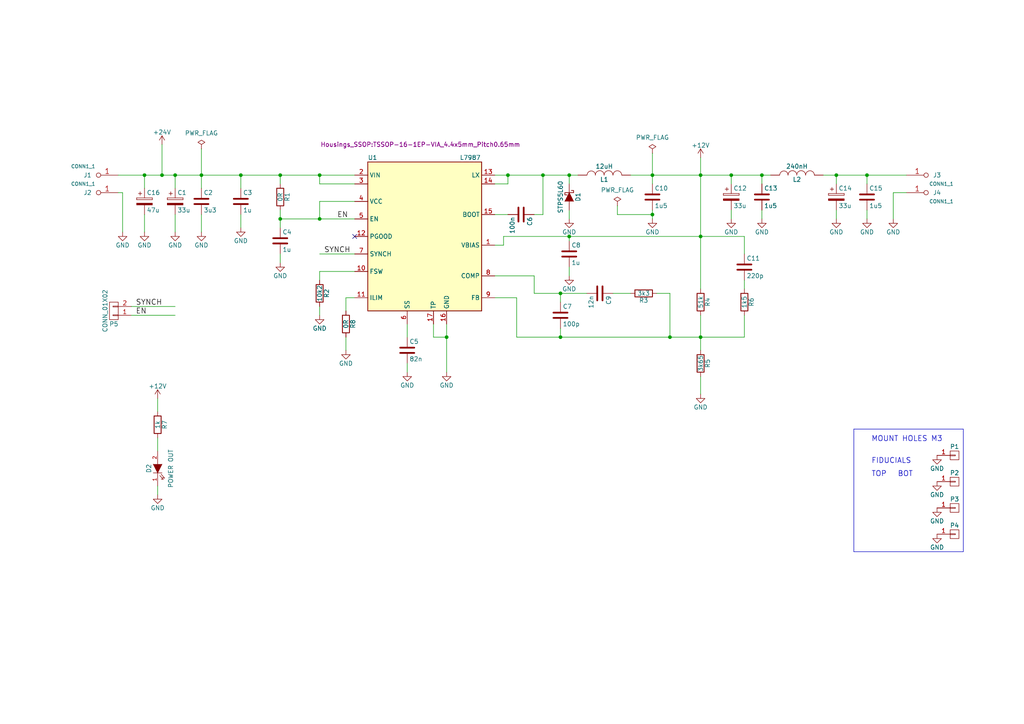
<source format=kicad_sch>
(kicad_sch (version 20200618) (host eeschema "5.99.0-unknown-b48a627~101~ubuntu18.04.1")
  (page 1 1)
  (paper "A4")
  (lib_symbols
    (symbol "STEPDOWN1A-rescue:C" (pin_numbers hide) (pin_names (offset 0.254))
      (property "Reference" "C" (at 0.635 2.54 0))
      (property "Value" "C" (at 0.635 -2.54 0))
      (symbol "C_0_1"
        (polyline (pts (xy -2.032 -0.762) (xy 2.032 -0.762)) (stroke (width 0.508)))
        (polyline (pts (xy -2.032 0.762) (xy 2.032 0.762)) (stroke (width 0.508)))
      )
      (symbol "C_1_1"
        (pin passive line (at 0 3.81 270) (length 2.794) (name "~") (number "1"))
        (pin passive line (at 0 -3.81 90) (length 2.794) (name "~") (number "2"))
      )
    )
    (symbol "STEPDOWN1A-rescue:CONN1_1" (pin_names hide)
      (property "Reference" "J" (at 1.27 1.27 0))
      (property "Value" "CONN1_1" (at 2.54 -1.27 0))
      (symbol "CONN1_1_1_1"
        (pin passive inverted (at -7.62 1.27 0) (length 6.35) (name "P1") (number "1"))
      )
    )
    (symbol "STEPDOWN1A-rescue:CONN_01X01" (pin_names hide)
      (property "Reference" "P" (at 0 2.54 0))
      (property "Value" "CONN_01X01" (at 2.54 0 90))
      (symbol "CONN_01X01_0_1"
        (rectangle (start -1.27 0.127) (end 0.254 -0.127))
        (rectangle (start -1.27 1.27) (end 1.27 -1.27))
      )
      (symbol "CONN_01X01_1_1"
        (pin passive line (at -5.08 0 0) (length 3.81) (name "P1") (number "1"))
      )
    )
    (symbol "STEPDOWN1A-rescue:CONN_01X02" (pin_names hide)
      (property "Reference" "P" (at 0 3.81 0))
      (property "Value" "CONN_01X02" (at 2.54 0 90))
      (symbol "CONN_01X02_0_1"
        (rectangle (start -1.27 -1.143) (end 0.254 -1.397))
        (rectangle (start -1.27 1.397) (end 0.254 1.143))
        (rectangle (start -1.27 2.54) (end 1.27 -2.54))
      )
      (symbol "CONN_01X02_1_1"
        (pin passive line (at -5.08 1.27 0) (length 3.81) (name "P1") (number "1"))
        (pin passive line (at -5.08 -1.27 0) (length 3.81) (name "P2") (number "2"))
      )
    )
    (symbol "STEPDOWN1A-rescue:CP" (pin_numbers hide) (pin_names (offset 0.254))
      (property "Reference" "C" (at 0.635 2.54 0))
      (property "Value" "CP" (at 0.635 -2.54 0))
      (symbol "CP_0_1"
        (rectangle (start -2.286 0.508) (end -2.286 1.016))
        (rectangle (start -2.286 0.508) (end 2.286 0.508))
        (rectangle (start 2.286 1.016) (end -2.286 1.016))
        (rectangle (start 2.286 1.016) (end 2.286 0.508))
        (rectangle (start 2.286 -0.508) (end -2.286 -1.016) (fill (type outline)))
        (polyline (pts (xy -1.778 2.286) (xy -0.762 2.286)))
        (polyline (pts (xy -1.27 2.794) (xy -1.27 1.778)))
      )
      (symbol "CP_1_1"
        (pin passive line (at 0 3.81 270) (length 2.794) (name "~") (number "1"))
        (pin passive line (at 0 -3.81 90) (length 2.794) (name "~") (number "2"))
      )
    )
    (symbol "STEPDOWN1A-rescue:D_Schottky" (pin_numbers hide) (pin_names hide)
      (property "Reference" "D" (at 0 2.54 0))
      (property "Value" "D_Schottky" (at 0 -2.54 0))
      (symbol "D_Schottky_0_1"
        (polyline (pts (xy -1.905 0.635) (xy -1.905 1.27) (xy -1.27 1.27) (xy -1.27 -1.27) (xy -0.635 -1.27) (xy -0.635 -0.635)) (stroke (width 0.2032)))
        (polyline (pts (xy 1.27 1.27) (xy -1.27 0) (xy 1.27 -1.27)) (fill (type outline)))
      )
      (symbol "D_Schottky_1_1"
        (pin passive line (at -3.81 0 0) (length 2.54) (name "K") (number "1"))
        (pin passive line (at 3.81 0 180) (length 2.54) (name "A") (number "2"))
      )
    )
    (symbol "STEPDOWN1A-rescue:INDUCTOR" (pin_numbers hide) (pin_names hide)
      (property "Reference" "L" (at -1.27 0 90))
      (property "Value" "INDUCTOR" (at 2.54 0 90))
      (symbol "INDUCTOR_0_1"
        (arc (start 0.0254 -5.0546) (end 0.0254 -2.54) (radius (at 0 -3.81) (length 1.27) (angles -88.9 88.9)))
        (arc (start 0.0254 -2.5146) (end 0.0254 0.0508) (radius (at 0 -1.2446) (length 1.2954) (angles -88.9 88.9)))
        (arc (start 0.0254 0.0254) (end 0.0254 2.5908) (radius (at 0 1.2954) (length 1.2954) (angles -88.9 88.9)))
        (arc (start 0.0254 2.5654) (end 0.0254 4.9784) (radius (at 0 3.7592) (length 1.2192) (angles -88.9 88.9)))
      )
      (symbol "INDUCTOR_1_1"
        (pin passive line (at 0 7.62 270) (length 2.54) (name "1") (number "1"))
        (pin passive line (at 0 -7.62 90) (length 2.54) (name "2") (number "2"))
      )
    )
    (symbol "STEPDOWN1A-rescue:L7987"
      (property "Reference" "U" (at -16.51 22.86 0))
      (property "Value" "L7987" (at 10.16 22.86 0))
      (property "Footprint" "HTSSOP-16" (at 0 0 0))
      (symbol "L7987_0_1"
        (rectangle (start -16.51 21.59) (end 16.51 -21.59) (stroke (width 0.254)) (fill (type background)))
      )
      (symbol "L7987_1_1"
        (pin input line (at 20.32 -2.54 180) (length 3.81) (name "VBIAS") (number "1"))
        (pin output line (at -20.32 -10.16 0) (length 3.81) (name "FSW") (number "10"))
        (pin output line (at -20.32 -17.78 0) (length 3.81) (name "ILIM") (number "11"))
        (pin input line (at -20.32 0 0) (length 3.81) (name "PGOOD") (number "12"))
        (pin input line (at 20.32 17.78 180) (length 3.81) (name "LX") (number "13"))
        (pin input line (at 20.32 15.24 180) (length 3.81) (name "~") (number "14"))
        (pin output line (at 20.32 6.35 180) (length 3.81) (name "BOOT") (number "15"))
        (pin power_in line (at 6.35 -25.4 90) (length 3.81) (name "GND") (number "16"))
        (pin input line (at 2.54 -25.4 90) (length 3.81) (name "TP") (number "17"))
        (pin power_in line (at -20.32 17.78 0) (length 3.81) (name "VIN") (number "2"))
        (pin power_in line (at -20.32 15.24 0) (length 3.81) (name "~") (number "3"))
        (pin input line (at -20.32 10.16 0) (length 3.81) (name "VCC") (number "4"))
        (pin bidirectional line (at -20.32 5.08 0) (length 3.81) (name "EN") (number "5"))
        (pin input line (at -5.08 -25.4 90) (length 3.81) (name "SS") (number "6"))
        (pin input line (at -20.32 -5.08 0) (length 3.81) (name "SYNCH") (number "7"))
        (pin output line (at 20.32 -11.43 180) (length 3.81) (name "COMP") (number "8"))
        (pin bidirectional line (at 20.32 -17.78 180) (length 3.81) (name "FB") (number "9"))
      )
    )
    (symbol "STEPDOWN1A-rescue:LED" (pin_names hide)
      (property "Reference" "D" (at 0 2.54 0))
      (property "Value" "LED" (at 0 -2.54 0))
      (symbol "LED_0_1"
        (polyline (pts (xy -1.27 1.27) (xy -1.27 -1.27)))
        (polyline (pts (xy -2.032 -0.635) (xy -3.175 -1.651) (xy -3.048 -1.016)))
        (polyline (pts (xy -1.651 -1.016) (xy -2.794 -2.032) (xy -2.667 -1.397)))
        (polyline (pts (xy 1.27 1.27) (xy -1.27 0) (xy 1.27 -1.27)) (fill (type outline)))
      )
      (symbol "LED_1_1"
        (pin passive line (at -5.08 0 0) (length 3.81) (name "K") (number "1"))
        (pin passive line (at 5.08 0 180) (length 3.81) (name "A") (number "2"))
      )
    )
    (symbol "STEPDOWN1A-rescue:R" (pin_numbers hide) (pin_names (offset 0))
      (property "Reference" "R" (at 2.032 0 90))
      (property "Value" "R" (at 0 0 90))
      (symbol "R_0_1"
        (rectangle (start -1.016 -2.54) (end 1.016 2.54) (stroke (width 0.254)))
      )
      (symbol "R_1_1"
        (pin passive line (at 0 3.81 270) (length 1.27) (name "~") (number "1"))
        (pin passive line (at 0 -3.81 90) (length 1.27) (name "~") (number "2"))
      )
    )
    (symbol "power:+12V" (power) (pin_names (offset 0))
      (property "Value" "+12V" (at 0 3.556 0))
      (symbol "+12V_0_1"
        (polyline (pts (xy -0.762 1.27) (xy 0 2.54)))
        (polyline (pts (xy 0 0) (xy 0 2.54)))
        (polyline (pts (xy 0 2.54) (xy 0.762 1.27)))
      )
      (symbol "+12V_1_1"
        (pin power_in line (at 0 0 90) (length 0) hide (name "+12V") (number "1"))
      )
    )
    (symbol "power:+24V" (power) (pin_names (offset 0))
      (property "Value" "+24V" (at 0 3.556 0))
      (symbol "+24V_0_1"
        (polyline (pts (xy -0.762 1.27) (xy 0 2.54)))
        (polyline (pts (xy 0 0) (xy 0 2.54)))
        (polyline (pts (xy 0 2.54) (xy 0.762 1.27)))
      )
      (symbol "+24V_1_1"
        (pin power_in line (at 0 0 90) (length 0) hide (name "+24V") (number "1"))
      )
    )
    (symbol "power:GND" (power) (pin_names (offset 0))
      (property "Value" "GND" (at 0 -3.81 0))
      (symbol "GND_0_1"
        (polyline (pts (xy 0 0) (xy 0 -1.27) (xy 1.27 -1.27) (xy 0 -2.54) (xy -1.27 -1.27) (xy 0 -1.27)))
      )
      (symbol "GND_1_1"
        (pin power_in line (at 0 0 270) (length 0) hide (name "GND") (number "1"))
      )
    )
    (symbol "power:PWR_FLAG" (power) (pin_numbers hide) (pin_names (offset 0) hide)
      (property "Value" "PWR_FLAG" (at 0 3.81 0))
      (symbol "PWR_FLAG_0_1"
        (polyline (pts (xy 0 0) (xy 0 1.27) (xy -1.016 1.905) (xy 0 2.54) (xy 1.016 1.905) (xy 0 1.27)))
      )
      (symbol "PWR_FLAG_0_0"
        (pin power_out line (at 0 0 90) (length 0) (name "pwr") (number "1"))
      )
    )
  )
  (junction (at 41.91 50.8))
  (junction (at 46.99 50.8))
  (junction (at 50.8 50.8))
  (junction (at 58.42 50.8))
  (junction (at 69.85 50.8))
  (junction (at 81.28 50.8))
  (junction (at 81.28 63.5))
  (junction (at 92.71 50.8))
  (junction (at 92.71 63.5))
  (junction (at 129.54 97.79))
  (junction (at 147.32 50.8))
  (junction (at 157.48 50.8))
  (junction (at 162.56 85.09))
  (junction (at 162.56 97.79))
  (junction (at 165.1 50.8))
  (junction (at 165.1 68.58))
  (junction (at 189.23 50.8))
  (junction (at 189.23 62.23))
  (junction (at 194.31 97.79))
  (junction (at 203.2 50.8))
  (junction (at 203.2 68.58))
  (junction (at 203.2 97.79))
  (junction (at 212.09 50.8))
  (junction (at 220.98 50.8))
  (junction (at 242.57 50.8))
  (junction (at 251.46 50.8))
  (no_connect (at 102.87 68.58))
  (wire (pts (xy 34.29 50.8) (xy 41.91 50.8)))
  (wire (pts (xy 34.29 55.88) (xy 35.56 55.88)))
  (wire (pts (xy 35.56 55.88) (xy 35.56 67.31)))
  (wire (pts (xy 38.1 88.9) (xy 50.8 88.9)))
  (wire (pts (xy 38.1 91.44) (xy 50.8 91.44)))
  (wire (pts (xy 41.91 50.8) (xy 46.99 50.8)))
  (wire (pts (xy 41.91 54.61) (xy 41.91 50.8)))
  (wire (pts (xy 41.91 67.31) (xy 41.91 62.23)))
  (wire (pts (xy 45.72 119.38) (xy 45.72 115.57)))
  (wire (pts (xy 45.72 130.81) (xy 45.72 127)))
  (wire (pts (xy 45.72 143.51) (xy 45.72 140.97)))
  (wire (pts (xy 46.99 50.8) (xy 46.99 41.91)))
  (wire (pts (xy 46.99 50.8) (xy 50.8 50.8)))
  (wire (pts (xy 50.8 50.8) (xy 58.42 50.8)))
  (wire (pts (xy 50.8 54.61) (xy 50.8 50.8)))
  (wire (pts (xy 50.8 67.31) (xy 50.8 62.23)))
  (wire (pts (xy 58.42 43.18) (xy 58.42 50.8)))
  (wire (pts (xy 58.42 50.8) (xy 58.42 54.61)))
  (wire (pts (xy 58.42 50.8) (xy 69.85 50.8)))
  (wire (pts (xy 58.42 67.31) (xy 58.42 62.23)))
  (wire (pts (xy 69.85 50.8) (xy 81.28 50.8)))
  (wire (pts (xy 69.85 54.61) (xy 69.85 50.8)))
  (wire (pts (xy 69.85 66.04) (xy 69.85 62.23)))
  (wire (pts (xy 81.28 50.8) (xy 92.71 50.8)))
  (wire (pts (xy 81.28 53.34) (xy 81.28 50.8)))
  (wire (pts (xy 81.28 60.96) (xy 81.28 63.5)))
  (wire (pts (xy 81.28 63.5) (xy 81.28 66.04)))
  (wire (pts (xy 81.28 63.5) (xy 92.71 63.5)))
  (wire (pts (xy 81.28 76.2) (xy 81.28 73.66)))
  (wire (pts (xy 92.71 50.8) (xy 102.87 50.8)))
  (wire (pts (xy 92.71 53.34) (xy 92.71 50.8)))
  (wire (pts (xy 92.71 58.42) (xy 92.71 63.5)))
  (wire (pts (xy 92.71 63.5) (xy 102.87 63.5)))
  (wire (pts (xy 92.71 78.74) (xy 102.87 78.74)))
  (wire (pts (xy 92.71 81.28) (xy 92.71 78.74)))
  (wire (pts (xy 92.71 88.9) (xy 92.71 91.44)))
  (wire (pts (xy 100.33 86.36) (xy 102.87 86.36)))
  (wire (pts (xy 100.33 90.17) (xy 100.33 86.36)))
  (wire (pts (xy 100.33 97.79) (xy 100.33 101.6)))
  (wire (pts (xy 102.87 53.34) (xy 92.71 53.34)))
  (wire (pts (xy 102.87 58.42) (xy 92.71 58.42)))
  (wire (pts (xy 102.87 73.66) (xy 92.71 73.66)))
  (wire (pts (xy 118.11 93.98) (xy 118.11 97.79)))
  (wire (pts (xy 118.11 107.95) (xy 118.11 105.41)))
  (wire (pts (xy 125.73 93.98) (xy 125.73 97.79)))
  (wire (pts (xy 125.73 97.79) (xy 129.54 97.79)))
  (wire (pts (xy 129.54 93.98) (xy 129.54 97.79)))
  (wire (pts (xy 129.54 97.79) (xy 129.54 107.95)))
  (wire (pts (xy 143.51 50.8) (xy 147.32 50.8)))
  (wire (pts (xy 143.51 53.34) (xy 147.32 53.34)))
  (wire (pts (xy 143.51 62.23) (xy 147.32 62.23)))
  (wire (pts (xy 143.51 71.12) (xy 146.05 71.12)))
  (wire (pts (xy 143.51 80.01) (xy 154.94 80.01)))
  (wire (pts (xy 146.05 68.58) (xy 165.1 68.58)))
  (wire (pts (xy 146.05 71.12) (xy 146.05 68.58)))
  (wire (pts (xy 147.32 50.8) (xy 157.48 50.8)))
  (wire (pts (xy 147.32 53.34) (xy 147.32 50.8)))
  (wire (pts (xy 149.86 86.36) (xy 143.51 86.36)))
  (wire (pts (xy 149.86 97.79) (xy 149.86 86.36)))
  (wire (pts (xy 149.86 97.79) (xy 162.56 97.79)))
  (wire (pts (xy 154.94 62.23) (xy 157.48 62.23)))
  (wire (pts (xy 154.94 80.01) (xy 154.94 85.09)))
  (wire (pts (xy 154.94 85.09) (xy 162.56 85.09)))
  (wire (pts (xy 157.48 50.8) (xy 165.1 50.8)))
  (wire (pts (xy 157.48 62.23) (xy 157.48 50.8)))
  (wire (pts (xy 162.56 85.09) (xy 170.18 85.09)))
  (wire (pts (xy 162.56 87.63) (xy 162.56 85.09)))
  (wire (pts (xy 162.56 95.25) (xy 162.56 97.79)))
  (wire (pts (xy 162.56 97.79) (xy 194.31 97.79)))
  (wire (pts (xy 165.1 50.8) (xy 167.64 50.8)))
  (wire (pts (xy 165.1 53.34) (xy 165.1 50.8)))
  (wire (pts (xy 165.1 63.5) (xy 165.1 60.96)))
  (wire (pts (xy 165.1 68.58) (xy 203.2 68.58)))
  (wire (pts (xy 165.1 69.85) (xy 165.1 68.58)))
  (wire (pts (xy 165.1 80.01) (xy 165.1 77.47)))
  (wire (pts (xy 179.07 59.69) (xy 179.07 62.23)))
  (wire (pts (xy 179.07 62.23) (xy 189.23 62.23)))
  (wire (pts (xy 182.88 50.8) (xy 189.23 50.8)))
  (wire (pts (xy 182.88 85.09) (xy 177.8 85.09)))
  (wire (pts (xy 189.23 44.45) (xy 189.23 50.8)))
  (wire (pts (xy 189.23 50.8) (xy 189.23 53.34)))
  (wire (pts (xy 189.23 50.8) (xy 203.2 50.8)))
  (wire (pts (xy 189.23 60.96) (xy 189.23 62.23)))
  (wire (pts (xy 189.23 62.23) (xy 189.23 63.5)))
  (wire (pts (xy 194.31 85.09) (xy 190.5 85.09)))
  (wire (pts (xy 194.31 97.79) (xy 194.31 85.09)))
  (wire (pts (xy 194.31 97.79) (xy 203.2 97.79)))
  (wire (pts (xy 203.2 45.72) (xy 203.2 50.8)))
  (wire (pts (xy 203.2 50.8) (xy 203.2 68.58)))
  (wire (pts (xy 203.2 50.8) (xy 212.09 50.8)))
  (wire (pts (xy 203.2 68.58) (xy 203.2 83.82)))
  (wire (pts (xy 203.2 68.58) (xy 215.9 68.58)))
  (wire (pts (xy 203.2 91.44) (xy 203.2 97.79)))
  (wire (pts (xy 203.2 97.79) (xy 203.2 101.6)))
  (wire (pts (xy 203.2 97.79) (xy 215.9 97.79)))
  (wire (pts (xy 203.2 109.22) (xy 203.2 114.3)))
  (wire (pts (xy 212.09 50.8) (xy 220.98 50.8)))
  (wire (pts (xy 212.09 53.34) (xy 212.09 50.8)))
  (wire (pts (xy 212.09 63.5) (xy 212.09 60.96)))
  (wire (pts (xy 215.9 68.58) (xy 215.9 73.66)))
  (wire (pts (xy 215.9 81.28) (xy 215.9 83.82)))
  (wire (pts (xy 215.9 97.79) (xy 215.9 91.44)))
  (wire (pts (xy 220.98 50.8) (xy 223.52 50.8)))
  (wire (pts (xy 220.98 53.34) (xy 220.98 50.8)))
  (wire (pts (xy 220.98 63.5) (xy 220.98 60.96)))
  (wire (pts (xy 238.76 50.8) (xy 242.57 50.8)))
  (wire (pts (xy 242.57 50.8) (xy 251.46 50.8)))
  (wire (pts (xy 242.57 53.34) (xy 242.57 50.8)))
  (wire (pts (xy 242.57 63.5) (xy 242.57 60.96)))
  (wire (pts (xy 251.46 50.8) (xy 262.89 50.8)))
  (wire (pts (xy 251.46 53.34) (xy 251.46 50.8)))
  (wire (pts (xy 251.46 63.5) (xy 251.46 60.96)))
  (wire (pts (xy 259.08 55.88) (xy 262.89 55.88)))
  (wire (pts (xy 259.08 63.5) (xy 259.08 55.88)))
  (polyline (pts (xy 247.65 124.46) (xy 279.4 124.46)) (stroke (width 0) (type solid)))
  (polyline (pts (xy 247.65 160.02) (xy 247.65 124.46)) (stroke (width 0) (type solid)))
  (polyline (pts (xy 279.4 124.46) (xy 279.4 160.02)) (stroke (width 0) (type solid)))
  (polyline (pts (xy 279.4 160.02) (xy 247.65 160.02)) (stroke (width 0) (type solid)))
  (text "MOUNT HOLES M3\n" (at 252.73 128.27 0) (effects (font (size 1.524 1.524)) (justify left bottom)))
  (text "FIDUCIALS\n" (at 252.73 134.62 0) (effects (font (size 1.524 1.524)) (justify left bottom)))
  (text "TOP" (at 252.73 138.43 0) (effects (font (size 1.524 1.524)) (justify left bottom)))
  (text "BOT\n" (at 260.35 138.43 0) (effects (font (size 1.524 1.524)) (justify left bottom)))
  (label "SYNCH" (at 39.37 88.9 0) (effects (font (size 1.524 1.524))))
  (label "EN" (at 39.37 91.44 0) (effects (font (size 1.524 1.524))))
  (label "SYNCH" (at 93.98 73.66 0) (effects (font (size 1.524 1.524))))
  (label "EN" (at 97.79 63.5 0) (effects (font (size 1.524 1.524))))
  (symbol (lib_id "power:PWR_FLAG") (at 58.42 43.18 0) (unit 1)
    (property "Reference" "#FLG016" (effects hide))
    (property "Value" "PWR_FLAG" (at 58.42 38.608 0))
  )
  (symbol (lib_id "power:PWR_FLAG") (at 179.07 59.69 0) (unit 1)
    (property "Reference" "#FLG025" (effects hide))
    (property "Value" "PWR_FLAG" (at 179.07 55.118 0))
  )
  (symbol (lib_id "power:PWR_FLAG") (at 189.23 44.45 0) (unit 1)
    (property "Reference" "#FLG015" (effects hide))
    (property "Value" "PWR_FLAG" (at 189.23 39.878 0))
  )
  (symbol (lib_id "power:+12V") (at 45.72 115.57 0) (unit 1)
    (property "Reference" "#PWR019" (effects hide))
    (property "Value" "+12V" (at 45.72 112.014 0))
  )
  (symbol (lib_id "power:+24V") (at 46.99 41.91 0) (unit 1)
    (property "Reference" "#PWR011" (effects hide))
    (property "Value" "+24V" (at 46.99 38.354 0))
  )
  (symbol (lib_id "power:+12V") (at 203.2 45.72 0) (unit 1)
    (property "Reference" "#PWR012" (effects hide))
    (property "Value" "+12V" (at 203.2 42.164 0))
  )
  (symbol (lib_id "power:GND") (at 35.56 67.31 0) (unit 1)
    (property "Reference" "#PWR023" (effects hide))
    (property "Value" "GND" (at 35.56 71.12 0))
  )
  (symbol (lib_id "power:GND") (at 41.91 67.31 0) (unit 1)
    (property "Reference" "#PWR030" (effects hide))
    (property "Value" "GND" (at 41.91 71.12 0))
  )
  (symbol (lib_id "power:GND") (at 45.72 143.51 0) (unit 1)
    (property "Reference" "#PWR018" (effects hide))
    (property "Value" "GND" (at 45.72 147.32 0))
  )
  (symbol (lib_id "power:GND") (at 50.8 67.31 0) (unit 1)
    (property "Reference" "#PWR022" (effects hide))
    (property "Value" "GND" (at 50.8 71.12 0))
  )
  (symbol (lib_id "power:GND") (at 58.42 67.31 0) (unit 1)
    (property "Reference" "#PWR021" (effects hide))
    (property "Value" "GND" (at 58.42 71.12 0))
  )
  (symbol (lib_id "power:GND") (at 69.85 66.04 0) (unit 1)
    (property "Reference" "#PWR010" (effects hide))
    (property "Value" "GND" (at 69.85 69.85 0))
  )
  (symbol (lib_id "power:GND") (at 81.28 76.2 0) (unit 1)
    (property "Reference" "#PWR09" (effects hide))
    (property "Value" "GND" (at 81.28 80.01 0))
  )
  (symbol (lib_id "power:GND") (at 92.71 91.44 0) (unit 1)
    (property "Reference" "#PWR05" (effects hide))
    (property "Value" "GND" (at 92.71 95.25 0))
  )
  (symbol (lib_id "power:GND") (at 100.33 101.6 0) (unit 1)
    (property "Reference" "#PWR020" (effects hide))
    (property "Value" "GND" (at 100.33 105.41 0))
  )
  (symbol (lib_id "power:GND") (at 118.11 107.95 0) (unit 1)
    (property "Reference" "#PWR08" (effects hide))
    (property "Value" "GND" (at 118.11 111.76 0))
  )
  (symbol (lib_id "power:GND") (at 129.54 107.95 0) (unit 1)
    (property "Reference" "#PWR07" (effects hide))
    (property "Value" "GND" (at 129.54 111.76 0))
  )
  (symbol (lib_id "power:GND") (at 165.1 63.5 0) (unit 1)
    (property "Reference" "#PWR024" (effects hide))
    (property "Value" "GND" (at 165.1 67.31 0))
  )
  (symbol (lib_id "power:GND") (at 165.1 80.01 0) (unit 1)
    (property "Reference" "#PWR013" (effects hide))
    (property "Value" "GND" (at 165.1 83.82 0))
  )
  (symbol (lib_id "power:GND") (at 189.23 63.5 0) (unit 1)
    (property "Reference" "#PWR014" (effects hide))
    (property "Value" "GND" (at 189.23 67.31 0))
  )
  (symbol (lib_id "power:GND") (at 203.2 114.3 0) (unit 1)
    (property "Reference" "#PWR06" (effects hide))
    (property "Value" "GND" (at 203.2 118.11 0))
  )
  (symbol (lib_id "power:GND") (at 212.09 63.5 0) (unit 1)
    (property "Reference" "#PWR026" (effects hide))
    (property "Value" "GND" (at 212.09 67.31 0))
  )
  (symbol (lib_id "power:GND") (at 220.98 63.5 0) (unit 1)
    (property "Reference" "#PWR027" (effects hide))
    (property "Value" "GND" (at 220.98 67.31 0))
  )
  (symbol (lib_id "power:GND") (at 242.57 63.5 0) (unit 1)
    (property "Reference" "#PWR017" (effects hide))
    (property "Value" "GND" (at 242.57 67.31 0))
  )
  (symbol (lib_id "power:GND") (at 251.46 63.5 0) (unit 1)
    (property "Reference" "#PWR028" (effects hide))
    (property "Value" "GND" (at 251.46 67.31 0))
  )
  (symbol (lib_id "power:GND") (at 259.08 63.5 0) (unit 1)
    (property "Reference" "#PWR029" (effects hide))
    (property "Value" "GND" (at 259.08 67.31 0))
  )
  (symbol (lib_id "power:GND") (at 271.78 132.08 0) (unit 1)
    (property "Reference" "#PWR01" (effects hide))
    (property "Value" "GND" (at 271.78 135.89 0))
  )
  (symbol (lib_id "power:GND") (at 271.78 139.7 0) (unit 1)
    (property "Reference" "#PWR02" (effects hide))
    (property "Value" "GND" (at 271.78 143.51 0))
  )
  (symbol (lib_id "power:GND") (at 271.78 147.32 0) (unit 1)
    (property "Reference" "#PWR03" (effects hide))
    (property "Value" "GND" (at 271.78 151.13 0))
  )
  (symbol (lib_id "power:GND") (at 271.78 154.94 0) (unit 1)
    (property "Reference" "#PWR04" (effects hide))
    (property "Value" "GND" (at 271.78 158.75 0))
  )
  (symbol (lib_id "STEPDOWN1A-rescue:CONN1_1") (at 26.67 49.53 180) (unit 1)
    (property "Reference" "J1" (at 25.4 50.8 0))
    (property "Value" "CONN1_1" (at 24.13 48.26 0) (effects (font (size 1.016 1.016))))
    (property "Footprint" "Connect:WAGO256" (effects hide))
  )
  (symbol (lib_id "STEPDOWN1A-rescue:CONN1_1") (at 26.67 54.61 180) (unit 1)
    (property "Reference" "J2" (at 25.4 55.88 0))
    (property "Value" "CONN1_1" (at 24.13 53.34 0) (effects (font (size 1.016 1.016))))
    (property "Footprint" "Connect:WAGO256" (effects hide))
  )
  (symbol (lib_id "STEPDOWN1A-rescue:CONN1_1") (at 270.51 52.07 0) (unit 1)
    (property "Reference" "J3" (at 271.78 50.8 0))
    (property "Value" "CONN1_1" (at 273.05 53.34 0) (effects (font (size 1.016 1.016))))
    (property "Footprint" "Connect:WAGO256" (effects hide))
  )
  (symbol (lib_id "STEPDOWN1A-rescue:CONN1_1") (at 270.51 57.15 0) (unit 1)
    (property "Reference" "J4" (at 271.78 55.88 0))
    (property "Value" "CONN1_1" (at 273.05 58.42 0) (effects (font (size 1.016 1.016))))
    (property "Footprint" "Connect:WAGO256" (effects hide))
  )
  (symbol (lib_id "STEPDOWN1A-rescue:CONN_01X01") (at 276.86 132.08 0) (unit 1)
    (property "Reference" "P1" (at 276.86 129.54 0))
    (property "Value" "_NC" (effects hide))
    (property "Footprint" "Mounting_Holes:MountingHole_3.2mm_M3_DIN965_Pad" (effects hide))
  )
  (symbol (lib_id "STEPDOWN1A-rescue:CONN_01X01") (at 276.86 139.7 0) (unit 1)
    (property "Reference" "P2" (at 276.86 137.16 0))
    (property "Value" "_NC" (effects hide))
    (property "Footprint" "Mounting_Holes:MountingHole_3.2mm_M3_DIN965_Pad" (effects hide))
  )
  (symbol (lib_id "STEPDOWN1A-rescue:CONN_01X01") (at 276.86 147.32 0) (unit 1)
    (property "Reference" "P3" (at 276.86 144.78 0))
    (property "Value" "_NC" (effects hide))
    (property "Footprint" "Mounting_Holes:MountingHole_3.2mm_M3_DIN965_Pad" (effects hide))
  )
  (symbol (lib_id "STEPDOWN1A-rescue:CONN_01X01") (at 276.86 154.94 0) (unit 1)
    (property "Reference" "P4" (at 276.86 152.4 0))
    (property "Value" "_NC" (effects hide))
    (property "Footprint" "Mounting_Holes:MountingHole_3.2mm_M3_DIN965_Pad" (effects hide))
  )
  (symbol (lib_id "STEPDOWN1A-rescue:R") (at 45.72 123.19 0) (unit 1)
    (property "Reference" "R7" (at 47.752 123.19 90))
    (property "Value" "1k" (at 45.72 123.19 90))
    (property "Footprint" "Resistors_SMD:R_0805" (effects hide))
  )
  (symbol (lib_id "STEPDOWN1A-rescue:R") (at 81.28 57.15 0) (unit 1)
    (property "Reference" "R1" (at 83.312 57.15 90))
    (property "Value" "0R" (at 81.28 57.15 90))
    (property "Footprint" "Resistors_SMD:R_0805" (effects hide))
  )
  (symbol (lib_id "STEPDOWN1A-rescue:R") (at 92.71 85.09 0) (unit 1)
    (property "Reference" "R2" (at 94.742 85.09 90))
    (property "Value" "10k2" (at 92.71 85.09 90))
    (property "Footprint" "Resistors_SMD:R_0805" (effects hide))
  )
  (symbol (lib_id "STEPDOWN1A-rescue:R") (at 100.33 93.98 0) (unit 1)
    (property "Reference" "R8" (at 102.362 93.98 90))
    (property "Value" "0R" (at 100.33 93.98 90))
    (property "Footprint" "Resistors_SMD:R_0805" (effects hide))
  )
  (symbol (lib_id "STEPDOWN1A-rescue:R") (at 186.69 85.09 270) (unit 1)
    (property "Reference" "R3" (at 186.69 87.122 90))
    (property "Value" "3k3" (at 186.69 85.09 90))
    (property "Footprint" "Resistors_SMD:R_0805" (effects hide))
  )
  (symbol (lib_id "STEPDOWN1A-rescue:R") (at 203.2 87.63 0) (unit 1)
    (property "Reference" "R4" (at 205.232 87.63 90))
    (property "Value" "51k" (at 203.2 87.63 90))
    (property "Footprint" "Resistors_SMD:R_0805" (effects hide))
  )
  (symbol (lib_id "STEPDOWN1A-rescue:R") (at 203.2 105.41 0) (unit 1)
    (property "Reference" "R5" (at 205.232 105.41 90))
    (property "Value" "3k65" (at 203.2 105.41 90))
    (property "Footprint" "Resistors_SMD:R_0805" (effects hide))
  )
  (symbol (lib_id "STEPDOWN1A-rescue:R") (at 215.9 87.63 0) (unit 1)
    (property "Reference" "R6" (at 217.932 87.63 90))
    (property "Value" "1k5" (at 215.9 87.63 90))
    (property "Footprint" "Resistors_SMD:R_0805" (effects hide))
  )
  (symbol (lib_id "STEPDOWN1A-rescue:D_Schottky") (at 165.1 57.15 270) (unit 1)
    (property "Reference" "D1" (at 167.64 57.15 0))
    (property "Value" "STPS5L60" (at 162.56 57.15 0))
    (property "Footprint" "Diodes_SMD:DO-214AB" (effects hide))
  )
  (symbol (lib_id "STEPDOWN1A-rescue:INDUCTOR") (at 175.26 50.8 90) (unit 1)
    (property "Reference" "L1" (at 175.26 52.07 90))
    (property "Value" "12uH" (at 175.26 48.26 90))
    (property "Footprint" "Inductors:SELF-WE-PD-XXL" (effects hide))
  )
  (symbol (lib_id "STEPDOWN1A-rescue:INDUCTOR") (at 231.14 50.8 90) (unit 1)
    (property "Reference" "L2" (at 231.14 52.07 90))
    (property "Value" "240nH" (at 231.14 48.26 90))
    (property "Footprint" "Resistors_SMD:R_0805" (effects hide))
  )
  (symbol (lib_id "STEPDOWN1A-rescue:CONN_01X02") (at 33.02 90.17 180) (unit 1)
    (property "Reference" "P5" (at 33.02 93.98 0))
    (property "Value" "CONN_01X02" (at 30.48 90.17 90))
    (property "Footprint" "Pin_Headers:Pin_Header_Straight_1x02" (effects hide))
  )
  (symbol (lib_id "STEPDOWN1A-rescue:LED") (at 45.72 135.89 90) (unit 1)
    (property "Reference" "D2" (at 43.18 135.89 0))
    (property "Value" "POWER OUT" (at 49.53 135.89 0))
    (property "Footprint" "LEDs:LED_0805" (effects hide))
  )
  (symbol (lib_id "STEPDOWN1A-rescue:CP") (at 41.91 58.42 0) (unit 1)
    (property "Reference" "C16" (at 42.545 55.88 0) (effects (justify left)))
    (property "Value" "47u" (at 42.545 60.96 0) (effects (justify left)))
    (property "Footprint" "Capacitors_ThroughHole:C_Radial_D6.3_L11.2_P2.5" (effects hide))
  )
  (symbol (lib_id "STEPDOWN1A-rescue:CP") (at 50.8 58.42 0) (unit 1)
    (property "Reference" "C1" (at 51.435 55.88 0) (effects (justify left)))
    (property "Value" "33u" (at 51.435 60.96 0) (effects (justify left)))
    (property "Footprint" "Capacitors_Tantalum_SMD:TantalC_SizeD_EIA-7343_HandSoldering" (effects hide))
  )
  (symbol (lib_id "STEPDOWN1A-rescue:C") (at 58.42 58.42 0) (unit 1)
    (property "Reference" "C2" (at 59.055 55.88 0) (effects (justify left)))
    (property "Value" "3u3" (at 59.055 60.96 0) (effects (justify left)))
    (property "Footprint" "Capacitors_SMD:C_0805" (effects hide))
  )
  (symbol (lib_id "STEPDOWN1A-rescue:C") (at 69.85 58.42 0) (unit 1)
    (property "Reference" "C3" (at 70.485 55.88 0) (effects (justify left)))
    (property "Value" "1u" (at 70.485 60.96 0) (effects (justify left)))
    (property "Footprint" "Capacitors_SMD:C_0805" (effects hide))
  )
  (symbol (lib_id "STEPDOWN1A-rescue:C") (at 81.28 69.85 0) (unit 1)
    (property "Reference" "C4" (at 81.915 67.31 0) (effects (justify left)))
    (property "Value" "1u" (at 81.915 72.39 0) (effects (justify left)))
    (property "Footprint" "Capacitors_SMD:C_0805" (effects hide))
  )
  (symbol (lib_id "STEPDOWN1A-rescue:C") (at 118.11 101.6 0) (unit 1)
    (property "Reference" "C5" (at 118.745 99.06 0) (effects (justify left)))
    (property "Value" "82n" (at 118.745 104.14 0) (effects (justify left)))
    (property "Footprint" "Capacitors_SMD:C_0805" (effects hide))
  )
  (symbol (lib_id "STEPDOWN1A-rescue:C") (at 151.13 62.23 270) (unit 1)
    (property "Reference" "C6" (at 153.67 62.865 0) (effects (justify left)))
    (property "Value" "100n" (at 148.59 62.865 0) (effects (justify left)))
    (property "Footprint" "Capacitors_SMD:C_0805" (effects hide))
  )
  (symbol (lib_id "STEPDOWN1A-rescue:C") (at 162.56 91.44 0) (unit 1)
    (property "Reference" "C7" (at 163.195 88.9 0) (effects (justify left)))
    (property "Value" "100p" (at 163.195 93.98 0) (effects (justify left)))
    (property "Footprint" "Capacitors_SMD:C_0805" (effects hide))
  )
  (symbol (lib_id "STEPDOWN1A-rescue:C") (at 165.1 73.66 0) (unit 1)
    (property "Reference" "C8" (at 165.735 71.12 0) (effects (justify left)))
    (property "Value" "1u" (at 165.735 76.2 0) (effects (justify left)))
    (property "Footprint" "Capacitors_SMD:C_0805" (effects hide))
  )
  (symbol (lib_id "STEPDOWN1A-rescue:C") (at 173.99 85.09 270) (unit 1)
    (property "Reference" "C9" (at 176.53 85.725 0) (effects (justify left)))
    (property "Value" "12n" (at 171.45 85.725 0) (effects (justify left)))
    (property "Footprint" "Capacitors_SMD:C_0805" (effects hide))
  )
  (symbol (lib_id "STEPDOWN1A-rescue:C") (at 189.23 57.15 0) (unit 1)
    (property "Reference" "C10" (at 189.865 54.61 0) (effects (justify left)))
    (property "Value" "1u5" (at 189.865 59.69 0) (effects (justify left)))
    (property "Footprint" "Capacitors_SMD:C_1206" (effects hide))
  )
  (symbol (lib_id "STEPDOWN1A-rescue:CP") (at 212.09 57.15 0) (unit 1)
    (property "Reference" "C12" (at 212.725 54.61 0) (effects (justify left)))
    (property "Value" "33u" (at 212.725 59.69 0) (effects (justify left)))
    (property "Footprint" "Capacitors_Tantalum_SMD:TantalC_SizeC_EIA-6032_HandSoldering" (effects hide))
  )
  (symbol (lib_id "STEPDOWN1A-rescue:C") (at 215.9 77.47 0) (unit 1)
    (property "Reference" "C11" (at 216.535 74.93 0) (effects (justify left)))
    (property "Value" "220p" (at 216.535 80.01 0) (effects (justify left)))
    (property "Footprint" "Capacitors_SMD:C_0805" (effects hide))
  )
  (symbol (lib_id "STEPDOWN1A-rescue:C") (at 220.98 57.15 0) (unit 1)
    (property "Reference" "C13" (at 221.615 54.61 0) (effects (justify left)))
    (property "Value" "1u5" (at 221.615 59.69 0) (effects (justify left)))
    (property "Footprint" "Capacitors_SMD:C_1206" (effects hide))
  )
  (symbol (lib_id "STEPDOWN1A-rescue:CP") (at 242.57 57.15 0) (unit 1)
    (property "Reference" "C14" (at 243.205 54.61 0) (effects (justify left)))
    (property "Value" "33u" (at 243.205 59.69 0) (effects (justify left)))
    (property "Footprint" "Capacitors_Tantalum_SMD:TantalC_SizeC_EIA-6032_HandSoldering" (effects hide))
  )
  (symbol (lib_id "STEPDOWN1A-rescue:C") (at 251.46 57.15 0) (unit 1)
    (property "Reference" "C15" (at 252.095 54.61 0) (effects (justify left)))
    (property "Value" "1u5" (at 252.095 59.69 0) (effects (justify left)))
    (property "Footprint" "Capacitors_SMD:C_1206" (effects hide))
  )
  (symbol (lib_id "STEPDOWN1A-rescue:L7987") (at 123.19 68.58 0) (unit 1)
    (property "Reference" "U1" (at 106.68 45.72 0) (effects (justify left)))
    (property "Value" "L7987" (at 133.35 45.72 0) (effects (justify left)))
    (property "Footprint" "Housings_SSOP:TSSOP-16-1EP-VIA_4.4x5mm_Pitch0.65mm" (at 121.92 41.91 0))
  )
)
</source>
